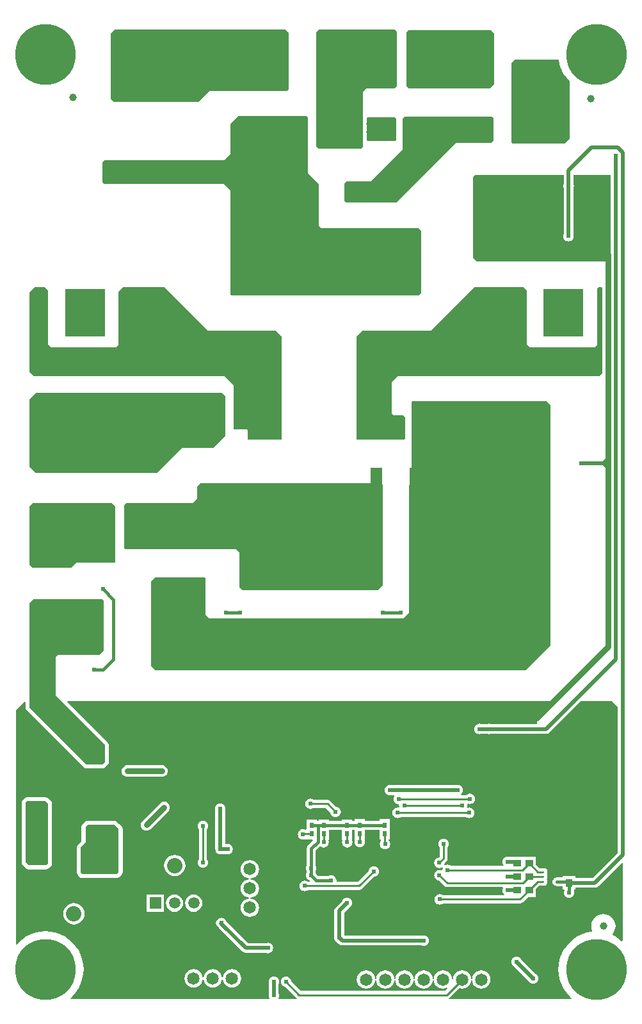
<source format=gtl>
G04 This is an RS-274x file exported by *
G04 gerbv version 2.8.0-rc.1~d7f42a *
G04 More information is available about gerbv at *
G04 https://gerbv.github.io/ *
G04 --End of header info--*
%MOIN*%
%FSLAX36Y36*%
%IPPOS*%
G04 --Define apertures--*
%ADD10C,0.0150*%
%ADD11C,0.0080*%
%ADD12C,0.0060*%
%ADD13C,0.0100*%
%ADD14C,0.0394*%
%ADD15O,0.0197X0.0098*%
%ADD16R,0.0394X0.0374*%
%ADD17R,0.2201X0.2098*%
%ADD18R,0.2079X0.2500*%
%ADD19R,0.0984X0.1260*%
%ADD20R,0.0374X0.0394*%
%ADD21R,0.0630X0.2087*%
%ADD22R,0.0650X0.0650*%
%ADD23C,0.0650*%
%ADD24R,0.0256X0.0532*%
%ADD25R,0.0236X0.0315*%
%ADD26C,0.0200*%
%ADD27C,0.0300*%
%ADD28R,0.0610X0.0610*%
%ADD29C,0.0610*%
%ADD30C,0.0827*%
%AMMACRO31*
21,1,0.082680,0.041340,0.000000,0.000000,180.000000*
21,1,0.041340,0.082680,0.000000,0.000000,180.000000*
1,1,0.041340,-0.020670,0.020670*
1,1,0.041340,0.020670,0.020670*
1,1,0.041340,0.020670,-0.020670*
1,1,0.041340,-0.020670,-0.020670*
%
%ADD31MACRO31*%
%AMMACRO32*
21,1,0.082680,0.041340,0.000000,0.000000,270.000000*
21,1,0.041340,0.082680,0.000000,0.000000,270.000000*
1,1,0.041340,-0.020670,-0.020670*
1,1,0.041340,-0.020670,0.020670*
1,1,0.041340,0.020670,0.020670*
1,1,0.041340,0.020670,-0.020670*
%
%ADD32MACRO32*%
%ADD33R,0.0591X0.0591*%
%ADD34C,0.0591*%
%ADD35R,0.0650X0.0650*%
%AMMACRO36*
21,1,0.061020,0.057360,0.000000,0.000000,0.000000*
21,1,0.057360,0.061020,0.000000,0.000000,0.000000*
1,1,0.003660,0.028680,-0.028680*
1,1,0.003660,-0.028680,-0.028680*
1,1,0.003660,-0.028680,0.028680*
1,1,0.003660,0.028680,0.028680*
%
%ADD36MACRO36*%
%ADD37C,0.3150*%
%ADD38C,0.0800*%
%ADD39C,0.0240*%
%ADD40C,0.0197*%
G04 --Start main section--*
G36*
G01X3222190Y7014000D02*
G01X3222190Y6728000D01*
G01X3210190Y6716000D01*
G01X3063190Y6716000D01*
G01X3046190Y6699000D01*
G01X3046190Y6414000D01*
G01X3036190Y6404000D01*
G01X2815190Y6404000D01*
G01X2803190Y6416000D01*
G01X2803190Y6560000D01*
G01X2803190Y7010000D01*
G01X2817190Y7024000D01*
G01X3212190Y7024000D01*
G01X3222190Y7014000D01*
G37*
G36*
G01X3222190Y7014000D02*
G37*
G36*
G01X3727190Y7004000D02*
G01X3727190Y6739000D01*
G01X3704190Y6716000D01*
G01X3431190Y6716000D01*
G01X3284190Y6716000D01*
G01X3272190Y6728000D01*
G01X3272190Y7009000D01*
G01X3282190Y7019000D01*
G01X3712190Y7019000D01*
G01X3727190Y7004000D01*
G37*
G36*
G01X3727190Y7004000D02*
G37*
G36*
G01X2659190Y7007000D02*
G01X2659190Y6818000D01*
G01X2659190Y6713000D01*
G01X2648190Y6702000D01*
G01X2244190Y6702000D01*
G01X2232190Y6690000D01*
G01X2187190Y6645000D01*
G01X2171190Y6645000D01*
G01X1749190Y6645000D01*
G01X1730190Y6664000D01*
G01X1730190Y7002000D01*
G01X1752190Y7024000D01*
G01X2642190Y7024000D01*
G01X2659190Y7007000D01*
G37*
G36*
G01X2659190Y7007000D02*
G37*
G36*
G01X3211190Y6565000D02*
G01X3218190Y6558000D01*
G01X3218190Y6451000D01*
G01X3211190Y6444000D01*
G01X3073190Y6444000D01*
G01X3066580Y6450610D01*
G01X3066580Y6561390D01*
G01X3070190Y6565000D01*
G01X3211190Y6565000D01*
G37*
G36*
G01X3211190Y6565000D02*
G37*
G36*
G01X4069380Y6840890D02*
G01X4077700Y6816370D01*
G01X4089150Y6793160D01*
G01X4103530Y6771630D01*
G01X4120600Y6752170D01*
G01X4122190Y6750770D01*
G01X4122190Y6454000D01*
G01X4096190Y6428000D01*
G01X3931190Y6428000D01*
G01X3826190Y6428000D01*
G01X3817190Y6437000D01*
G01X3817190Y6633000D01*
G01X3817190Y6847000D01*
G01X3836190Y6866000D01*
G01X4064380Y6866000D01*
G01X4069380Y6840890D01*
G37*
G36*
G01X4069380Y6840890D02*
G37*
G36*
G01X3725190Y6564000D02*
G01X3725190Y6445000D01*
G01X3712800Y6432610D01*
G01X3528800Y6432610D01*
G01X3220190Y6124000D01*
G01X2958190Y6124000D01*
G01X2949190Y6133000D01*
G01X2949190Y6223000D01*
G01X2959190Y6233000D01*
G01X3086190Y6233000D01*
G01X3115190Y6262000D01*
G01X3253190Y6400000D01*
G01X3253190Y6410000D01*
G01X3253190Y6559000D01*
G01X3265190Y6571000D01*
G01X3718190Y6571000D01*
G01X3725190Y6564000D01*
G37*
G36*
G01X3725190Y6564000D02*
G37*
G36*
G01X4090700Y6266000D02*
G01X4090700Y6219020D01*
G01X4089880Y6217050D01*
G01X4088960Y6210000D01*
G01X4089880Y6202950D01*
G01X4090700Y6200980D01*
G01X4090700Y5959430D01*
G01X4088880Y5955050D01*
G01X4087960Y5948000D01*
G01X4088880Y5940950D01*
G01X4091600Y5934380D01*
G01X4095930Y5928740D01*
G01X4101570Y5924420D01*
G01X4108140Y5921700D01*
G01X4115190Y5920770D01*
G01X4122240Y5921700D01*
G01X4128810Y5924420D01*
G01X4134450Y5928740D01*
G01X4138770Y5934380D01*
G01X4141490Y5940950D01*
G01X4142420Y5948000D01*
G01X4141680Y5953650D01*
G01X4141680Y6200980D01*
G01X4142490Y6202950D01*
G01X4143420Y6210000D01*
G01X4142490Y6217050D01*
G01X4141680Y6219020D01*
G01X4141680Y6266000D01*
G01X4334700Y6266000D01*
G01X4334700Y5826510D01*
G01X4323190Y5815000D01*
G01X3804190Y5815000D01*
G01X3637190Y5815000D01*
G01X3619190Y5833000D01*
G01X3619190Y6257000D01*
G01X3628190Y6266000D01*
G01X3639190Y6266000D01*
G01X4090700Y6266000D01*
G37*
G36*
G01X4090700Y6266000D02*
G37*
G36*
G01X2757190Y6565000D02*
G01X2757190Y6276000D01*
G01X2814190Y6219000D01*
G01X2814190Y6001000D01*
G01X2827190Y5988000D01*
G01X3334170Y5988000D01*
G01X3348190Y5973980D01*
G01X3348190Y5652000D01*
G01X3337190Y5641000D01*
G01X2359190Y5641000D01*
G01X2354190Y5646000D01*
G01X2354190Y5656000D01*
G01X2354190Y6187000D01*
G01X2322190Y6219000D01*
G01X1697190Y6219000D01*
G01X1687190Y6229000D01*
G01X1687190Y6334000D01*
G01X1697190Y6344000D01*
G01X2322190Y6344000D01*
G01X2354190Y6376000D01*
G01X2354190Y6533000D01*
G01X2381190Y6560000D01*
G01X2395190Y6574000D01*
G01X2748190Y6574000D01*
G01X2757190Y6565000D01*
G37*
G36*
G01X2757190Y6565000D02*
G37*
G36*
G01X2084190Y5608000D02*
G01X2235190Y5457000D01*
G01X2590190Y5457000D01*
G01X2622190Y5425000D01*
G01X2622190Y4890000D01*
G01X2621190Y4889000D01*
G01X2446190Y4889000D01*
G01X2444190Y4891000D01*
G01X2444190Y4938000D01*
G01X2439190Y4943000D01*
G01X2373190Y4943000D01*
G01X2370190Y4946000D01*
G01X2370190Y5055000D01*
G01X2370190Y5174000D01*
G01X2324190Y5220000D01*
G01X1332190Y5220000D01*
G01X1308190Y5244000D01*
G01X1308190Y5653000D01*
G01X1307190Y5654000D01*
G01X1335190Y5682000D01*
G01X1389190Y5682000D01*
G01X1405190Y5666000D01*
G01X1405190Y5387000D01*
G01X1423190Y5369000D01*
G01X1759190Y5369000D01*
G01X1772190Y5382000D01*
G01X1772190Y5658000D01*
G01X1796190Y5682000D01*
G01X2010190Y5682000D01*
G01X2084190Y5608000D01*
G37*
G36*
G01X2084190Y5608000D02*
G37*
G36*
G01X3880800Y5682000D02*
G01X3896800Y5666000D01*
G01X3896800Y5387000D01*
G01X3914790Y5369000D01*
G01X4250790Y5369000D01*
G01X4263790Y5382000D01*
G01X4263790Y5673610D01*
G01X4272190Y5682000D01*
G01X4277160Y5682070D01*
G01X4287120Y5682070D01*
G01X4290930Y5678260D01*
G01X4290930Y5235740D01*
G01X4275260Y5220070D01*
G01X3226260Y5220070D01*
G01X3194190Y5188000D01*
G01X3194190Y5025000D01*
G01X3203190Y5016000D01*
G01X3255190Y5016000D01*
G01X3264770Y5006420D01*
G01X3264770Y4897580D01*
G01X3258260Y4891070D01*
G01X3190770Y4891070D01*
G01X3188770Y4889070D01*
G01X3013770Y4889070D01*
G01X3012770Y4890070D01*
G01X3012770Y5425070D01*
G01X3044770Y5457070D01*
G01X3399770Y5457070D01*
G01X3550770Y5608070D01*
G01X3624770Y5682070D01*
G01X3875820Y5682070D01*
G01X3880800Y5682000D01*
G37*
G36*
G01X3880800Y5682000D02*
G37*
G36*
G01X2328190Y5114000D02*
G01X2328190Y4909000D01*
G01X2265190Y4846000D01*
G01X2102190Y4846000D01*
G01X1973190Y4717000D01*
G01X1973190Y4717000D01*
G01X1342190Y4717000D01*
G01X1308190Y4751000D01*
G01X1308190Y5100000D01*
G01X1340190Y5132000D01*
G01X2310190Y5132000D01*
G01X2328190Y5114000D01*
G37*
G36*
G01X2328190Y5114000D02*
G37*
G36*
G01X3149190Y4653710D02*
G01X3149190Y4132000D01*
G01X3123190Y4106000D01*
G01X2417190Y4106000D01*
G01X2415190Y4108000D01*
G01X2403190Y4120000D01*
G01X2403190Y4234000D01*
G01X2403190Y4300000D01*
G01X2400190Y4303000D01*
G01X2382190Y4321000D01*
G01X1922190Y4321000D01*
G01X1808190Y4321000D01*
G01X1802190Y4327000D01*
G01X1802190Y4327000D01*
G01X1802190Y4550000D01*
G01X1810190Y4558000D01*
G01X1810190Y4558000D01*
G01X1854190Y4558000D01*
G01X1917190Y4558000D01*
G01X1917190Y4558000D01*
G01X2157190Y4558000D01*
G01X2168190Y4569000D01*
G01X2183190Y4584000D01*
G01X2183190Y4647000D01*
G01X2197890Y4661710D01*
G01X3141190Y4661710D01*
G01X3149190Y4653710D01*
G37*
G36*
G01X3149190Y4653710D02*
G37*
G36*
G01X1753190Y4544000D02*
G01X1754190Y4543000D01*
G01X1754190Y4452000D01*
G01X1754190Y4252000D01*
G01X1752190Y4250000D01*
G01X1553190Y4250000D01*
G01X1525190Y4222000D01*
G01X1326190Y4222000D01*
G01X1308190Y4240000D01*
G01X1308190Y4540000D01*
G01X1326190Y4558000D01*
G01X1739190Y4558000D01*
G01X1753190Y4544000D01*
G37*
G36*
G01X1753190Y4544000D02*
G37*
G36*
G01X4023190Y5066000D02*
G01X4023190Y4177000D01*
G01X4023190Y3819000D01*
G01X3999190Y3795000D01*
G01X3894190Y3690000D01*
G01X1963870Y3690000D01*
G01X1941190Y3712680D01*
G01X1941190Y4152000D01*
G01X1961190Y4172000D01*
G01X2164190Y4172000D01*
G01X2223190Y4172000D01*
G01X2226190Y4169000D01*
G01X2226190Y4114000D01*
G01X2226190Y3979000D01*
G01X2245190Y3960000D01*
G01X3257190Y3960000D01*
G01X3286190Y3989000D01*
G01X3286190Y4652000D01*
G01X3299190Y4665000D01*
G01X3299190Y5086000D01*
G01X3302190Y5089000D01*
G01X4000190Y5089000D01*
G01X4023190Y5066000D01*
G37*
G36*
G01X4023190Y5066000D02*
G37*
G36*
G01X4372700Y3498490D02*
G01X4372700Y2739560D01*
G01X4242140Y2608990D01*
G01X4152390Y2608990D01*
G01X4152390Y2618190D01*
G01X4084990Y2618190D01*
G01X4084990Y2612350D01*
G01X4056090Y2612350D01*
G01X4047320Y2610600D01*
G01X4043800Y2608250D01*
G01X4043400Y2608180D01*
G01X4043140Y2608000D01*
G01X4036810Y2603770D01*
G01X4032410Y2597180D01*
G01X4030860Y2589410D01*
G01X4032410Y2581640D01*
G01X4036810Y2575050D01*
G01X4043400Y2570640D01*
G01X4043800Y2570560D01*
G01X4047320Y2568210D01*
G01X4056090Y2566470D01*
G01X4084990Y2566470D01*
G01X4084990Y2548820D01*
G01X4090780Y2548820D01*
G01X4093950Y2543820D01*
G01X4092390Y2540050D01*
G01X4091460Y2533000D01*
G01X4092390Y2525950D01*
G01X4095110Y2519380D01*
G01X4099440Y2513740D01*
G01X4105080Y2509420D01*
G01X4111640Y2506700D01*
G01X4118690Y2505770D01*
G01X4125740Y2506700D01*
G01X4132310Y2509420D01*
G01X4137950Y2513740D01*
G01X4142280Y2519380D01*
G01X4145000Y2525950D01*
G01X4145930Y2533000D01*
G01X4145000Y2540050D01*
G01X4143440Y2543820D01*
G01X4146610Y2548820D01*
G01X4152390Y2548820D01*
G01X4152390Y2558010D01*
G01X4252690Y2558010D01*
G01X4262450Y2559950D01*
G01X4270720Y2565480D01*
G01X4392570Y2687330D01*
G01X4397190Y2685420D01*
G01X4397190Y2282880D01*
G01X4392630Y2280810D01*
G01X4381010Y2291010D01*
G01X4359490Y2305390D01*
G01X4346320Y2311880D01*
G01X4344970Y2318120D01*
G01X4349720Y2323900D01*
G01X4355550Y2334820D01*
G01X4359150Y2346670D01*
G01X4360360Y2359000D01*
G01X4359150Y2371330D01*
G01X4355550Y2383180D01*
G01X4349720Y2394100D01*
G01X4341860Y2403670D01*
G01X4332290Y2411530D01*
G01X4321360Y2417370D01*
G01X4309510Y2420960D01*
G01X4297190Y2422170D01*
G01X4284860Y2420960D01*
G01X4273010Y2417370D01*
G01X4262090Y2411530D01*
G01X4252520Y2403670D01*
G01X4244660Y2394100D01*
G01X4238820Y2383180D01*
G01X4235230Y2371330D01*
G01X4234010Y2359000D01*
G01X4235230Y2346670D01*
G01X4238630Y2335480D01*
G01X4237700Y2332550D01*
G01X4236460Y2330330D01*
G01X4234700Y2330210D01*
G01X4209310Y2325160D01*
G01X4184800Y2316840D01*
G01X4161580Y2305390D01*
G01X4140060Y2291010D01*
G01X4120600Y2273940D01*
G01X4103530Y2254480D01*
G01X4089150Y2232950D01*
G01X4077700Y2209730D01*
G01X4069380Y2185220D01*
G01X4064320Y2159830D01*
G01X4062630Y2134000D01*
G01X4064320Y2108170D01*
G01X4069380Y2082780D01*
G01X4077700Y2058260D01*
G01X4089150Y2035050D01*
G01X4103530Y2013520D01*
G01X4120600Y1994060D01*
G01X4131880Y1984170D01*
G01X4130110Y1979490D01*
G01X3493990Y1979490D01*
G01X3492480Y1984490D01*
G01X3495610Y1986580D01*
G01X3545240Y2036210D01*
G01X3548790Y2034740D01*
G01X3561190Y2033110D01*
G01X3573580Y2034740D01*
G01X3585130Y2039530D01*
G01X3595050Y2047140D01*
G01X3602660Y2057050D01*
G01X3607450Y2068600D01*
G01X3608670Y2077870D01*
G01X3613710Y2077870D01*
G01X3614930Y2068600D01*
G01X3619710Y2057050D01*
G01X3627330Y2047140D01*
G01X3637240Y2039530D01*
G01X3648790Y2034740D01*
G01X3661190Y2033110D01*
G01X3673580Y2034740D01*
G01X3685130Y2039530D01*
G01X3695050Y2047140D01*
G01X3702660Y2057050D01*
G01X3707450Y2068600D01*
G01X3709080Y2081000D01*
G01X3707450Y2093390D01*
G01X3702660Y2104940D01*
G01X3695050Y2114860D01*
G01X3685130Y2122470D01*
G01X3673580Y2127260D01*
G01X3661190Y2128890D01*
G01X3648790Y2127260D01*
G01X3637240Y2122470D01*
G01X3627330Y2114860D01*
G01X3619710Y2104940D01*
G01X3614930Y2093390D01*
G01X3613710Y2084130D01*
G01X3608670Y2084130D01*
G01X3607450Y2093390D01*
G01X3602660Y2104940D01*
G01X3595050Y2114860D01*
G01X3585130Y2122470D01*
G01X3573580Y2127260D01*
G01X3561190Y2128890D01*
G01X3548790Y2127260D01*
G01X3537240Y2122470D01*
G01X3527330Y2114860D01*
G01X3519720Y2104940D01*
G01X3514930Y2093390D01*
G01X3513710Y2084130D01*
G01X3508670Y2084130D01*
G01X3507450Y2093390D01*
G01X3502660Y2104940D01*
G01X3495050Y2114860D01*
G01X3485130Y2122470D01*
G01X3473580Y2127260D01*
G01X3461190Y2128890D01*
G01X3448790Y2127260D01*
G01X3437240Y2122470D01*
G01X3427330Y2114860D01*
G01X3419710Y2104940D01*
G01X3414930Y2093390D01*
G01X3413710Y2084130D01*
G01X3408670Y2084130D01*
G01X3407450Y2093390D01*
G01X3402660Y2104940D01*
G01X3395050Y2114860D01*
G01X3385130Y2122470D01*
G01X3373580Y2127260D01*
G01X3361190Y2128890D01*
G01X3348790Y2127260D01*
G01X3337240Y2122470D01*
G01X3327330Y2114860D01*
G01X3319720Y2104940D01*
G01X3314930Y2093390D01*
G01X3313710Y2084130D01*
G01X3308670Y2084130D01*
G01X3307450Y2093390D01*
G01X3302660Y2104940D01*
G01X3295050Y2114860D01*
G01X3285130Y2122470D01*
G01X3273580Y2127260D01*
G01X3261190Y2128890D01*
G01X3248790Y2127260D01*
G01X3237240Y2122470D01*
G01X3227330Y2114860D01*
G01X3219720Y2104940D01*
G01X3214930Y2093390D01*
G01X3213710Y2084130D01*
G01X3208670Y2084130D01*
G01X3207450Y2093390D01*
G01X3202660Y2104940D01*
G01X3195050Y2114860D01*
G01X3185130Y2122470D01*
G01X3173580Y2127260D01*
G01X3161190Y2128890D01*
G01X3148790Y2127260D01*
G01X3137240Y2122470D01*
G01X3127330Y2114860D01*
G01X3119710Y2104940D01*
G01X3114930Y2093390D01*
G01X3113710Y2084130D01*
G01X3108670Y2084130D01*
G01X3107450Y2093390D01*
G01X3102660Y2104940D01*
G01X3095050Y2114860D01*
G01X3085130Y2122470D01*
G01X3073580Y2127260D01*
G01X3061190Y2128890D01*
G01X3048790Y2127260D01*
G01X3037240Y2122470D01*
G01X3027330Y2114860D01*
G01X3019720Y2104940D01*
G01X3014930Y2093390D01*
G01X3013300Y2081000D01*
G01X3014930Y2068600D01*
G01X3019720Y2057050D01*
G01X3027330Y2047140D01*
G01X3037240Y2039530D01*
G01X3048790Y2034740D01*
G01X3061190Y2033110D01*
G01X3073580Y2034740D01*
G01X3085130Y2039530D01*
G01X3095050Y2047140D01*
G01X3102660Y2057050D01*
G01X3107450Y2068600D01*
G01X3108670Y2077870D01*
G01X3113710Y2077870D01*
G01X3114930Y2068600D01*
G01X3119710Y2057050D01*
G01X3127330Y2047140D01*
G01X3137240Y2039530D01*
G01X3148790Y2034740D01*
G01X3161190Y2033110D01*
G01X3173580Y2034740D01*
G01X3185130Y2039530D01*
G01X3195050Y2047140D01*
G01X3202660Y2057050D01*
G01X3207450Y2068600D01*
G01X3208670Y2077870D01*
G01X3213710Y2077870D01*
G01X3214930Y2068600D01*
G01X3219720Y2057050D01*
G01X3227330Y2047140D01*
G01X3237240Y2039530D01*
G01X3248790Y2034740D01*
G01X3261190Y2033110D01*
G01X3273580Y2034740D01*
G01X3285130Y2039530D01*
G01X3295050Y2047140D01*
G01X3302660Y2057050D01*
G01X3307450Y2068600D01*
G01X3308670Y2077870D01*
G01X3313710Y2077870D01*
G01X3314930Y2068600D01*
G01X3319720Y2057050D01*
G01X3327330Y2047140D01*
G01X3337240Y2039530D01*
G01X3348790Y2034740D01*
G01X3361190Y2033110D01*
G01X3373580Y2034740D01*
G01X3385130Y2039530D01*
G01X3395050Y2047140D01*
G01X3402660Y2057050D01*
G01X3407450Y2068600D01*
G01X3408670Y2077870D01*
G01X3413710Y2077870D01*
G01X3414930Y2068600D01*
G01X3419710Y2057050D01*
G01X3427330Y2047140D01*
G01X3437240Y2039530D01*
G01X3448790Y2034740D01*
G01X3461190Y2033110D01*
G01X3473580Y2034740D01*
G01X3482870Y2038590D01*
G01X3485700Y2034350D01*
G01X3472740Y2021390D01*
G01X2721630Y2021390D01*
G01X2671130Y2071890D01*
G01X2670450Y2077090D01*
G01X2667730Y2083660D01*
G01X2663400Y2089300D01*
G01X2657760Y2093620D01*
G01X2651190Y2096340D01*
G01X2644140Y2097270D01*
G01X2637090Y2096340D01*
G01X2630530Y2093620D01*
G01X2624890Y2089300D01*
G01X2620560Y2083660D01*
G01X2617840Y2077090D01*
G01X2616910Y2070040D01*
G01X2617840Y2062990D01*
G01X2620560Y2056420D01*
G01X2624890Y2050780D01*
G01X2630530Y2046450D01*
G01X2637090Y2043730D01*
G01X2642290Y2043050D01*
G01X2698760Y1986580D01*
G01X2698760Y1986580D01*
G01X2701890Y1984490D01*
G01X2700370Y1979490D01*
G01X2606670Y1979490D01*
G01X2604460Y1983970D01*
G01X2604770Y1984380D01*
G01X2607490Y1990950D01*
G01X2608420Y1998000D01*
G01X2607490Y2005050D01*
G01X2606680Y2007020D01*
G01X2606680Y2061120D01*
G01X2607460Y2062990D01*
G01X2608380Y2070040D01*
G01X2607460Y2077090D01*
G01X2604730Y2083660D01*
G01X2600410Y2089300D01*
G01X2594770Y2093620D01*
G01X2588200Y2096340D01*
G01X2581150Y2097270D01*
G01X2574100Y2096340D01*
G01X2567530Y2093620D01*
G01X2561890Y2089300D01*
G01X2557560Y2083660D01*
G01X2554840Y2077090D01*
G01X2553920Y2070040D01*
G01X2554840Y2062990D01*
G01X2555700Y2060930D01*
G01X2555700Y2007020D01*
G01X2554880Y2005050D01*
G01X2553960Y1998000D01*
G01X2554880Y1990950D01*
G01X2557600Y1984380D01*
G01X2557920Y1983970D01*
G01X2555710Y1979490D01*
G01X1522610Y1979490D01*
G01X1520850Y1984170D01*
G01X1532130Y1994060D01*
G01X1549200Y2013520D01*
G01X1563580Y2035050D01*
G01X1575030Y2058260D01*
G01X1583350Y2082780D01*
G01X1588400Y2108170D01*
G01X1590090Y2134000D01*
G01X1588400Y2159830D01*
G01X1583350Y2185220D01*
G01X1575030Y2209730D01*
G01X1563580Y2232950D01*
G01X1549200Y2254480D01*
G01X1532130Y2273940D01*
G01X1512670Y2291010D01*
G01X1491140Y2305390D01*
G01X1467920Y2316840D01*
G01X1443410Y2325160D01*
G01X1418020Y2330210D01*
G01X1392190Y2331900D01*
G01X1366360Y2330210D01*
G01X1340970Y2325160D01*
G01X1316450Y2316840D01*
G01X1293240Y2305390D01*
G01X1271710Y2291010D01*
G01X1252250Y2273940D01*
G01X1242360Y2262660D01*
G01X1237680Y2264420D01*
G01X1237680Y3480490D01*
G01X1282800Y3525610D01*
G01X1287800Y3523540D01*
G01X1287800Y3497000D01*
G01X1287800Y3497000D01*
G01X1289350Y3489200D01*
G01X1293770Y3482580D01*
G01X1293770Y3482580D01*
G01X1590770Y3185580D01*
G01X1597390Y3181160D01*
G01X1605190Y3179610D01*
G01X1688190Y3179610D01*
G01X1695990Y3181160D01*
G01X1702610Y3185580D01*
G01X1702610Y3185580D01*
G01X1716610Y3199580D01*
G01X1716610Y3199580D01*
G01X1721030Y3206200D01*
G01X1722580Y3214000D01*
G01X1722580Y3300000D01*
G01X1721030Y3307800D01*
G01X1716610Y3314420D01*
G01X1628610Y3402420D01*
G01X1506650Y3524380D01*
G01X1508560Y3529000D01*
G01X4052660Y3529000D01*
G01X4054570Y3524380D01*
G01X3953190Y3423000D01*
G01X3953190Y3409800D01*
G01X3711510Y3409800D01*
G01X3709540Y3410610D01*
G01X3702500Y3411540D01*
G01X3695450Y3410610D01*
G01X3693480Y3409800D01*
G01X3661510Y3409800D01*
G01X3659540Y3410610D01*
G01X3652500Y3411540D01*
G01X3645450Y3410610D01*
G01X3638880Y3407890D01*
G01X3633240Y3403560D01*
G01X3628910Y3397920D01*
G01X3626190Y3391360D01*
G01X3625260Y3384310D01*
G01X3626190Y3377260D01*
G01X3628910Y3370690D01*
G01X3633240Y3365050D01*
G01X3638880Y3360720D01*
G01X3645450Y3358000D01*
G01X3652500Y3357070D01*
G01X3659540Y3358000D01*
G01X3661510Y3358820D01*
G01X3693480Y3358820D01*
G01X3695450Y3358000D01*
G01X3702500Y3357070D01*
G01X3709540Y3358000D01*
G01X3711510Y3358820D01*
G01X3998500Y3358820D01*
G01X4008250Y3360760D01*
G01X4016520Y3366280D01*
G01X4179240Y3529000D01*
G01X4342190Y3529000D01*
G01X4372700Y3498490D01*
G37*
G36*
G01X4372700Y3498490D02*
G37*
G36*
G01X1696190Y4052000D02*
G01X1696190Y3935000D01*
G01X1696190Y3794000D01*
G01X1690190Y3788000D01*
G01X1673190Y3771000D01*
G01X1455190Y3771000D01*
G01X1444190Y3760000D01*
G01X1444190Y3707000D01*
G01X1444190Y3558000D01*
G01X1614190Y3388000D01*
G01X1702190Y3300000D01*
G01X1702190Y3214000D01*
G01X1688190Y3200000D01*
G01X1605190Y3200000D01*
G01X1308190Y3497000D01*
G01X1308190Y3597000D01*
G01X1308190Y3793440D01*
G01X1309980Y3795210D01*
G01X1308190Y3797000D01*
G01X1308190Y4039000D01*
G01X1313190Y4044000D01*
G01X1330190Y4061000D01*
G01X1687190Y4061000D01*
G01X1696190Y4052000D01*
G37*
G36*
G01X1696190Y4052000D02*
G37*
%LPC*%
G36*
G01X1998190Y3196260D02*
G01X1819190Y3196260D01*
G01X1811360Y3195230D01*
G01X1804060Y3192200D01*
G01X1797790Y3187400D01*
G01X1792980Y3181130D01*
G01X1789960Y3173830D01*
G01X1788930Y3166000D01*
G01X1789960Y3158170D01*
G01X1792980Y3150870D01*
G01X1797790Y3144600D01*
G01X1804060Y3139800D01*
G01X1811360Y3136770D01*
G01X1819190Y3135740D01*
G01X1998190Y3135740D01*
G01X2006020Y3136770D01*
G01X2013320Y3139800D01*
G01X2019580Y3144600D01*
G01X2024390Y3150870D01*
G01X2027420Y3158170D01*
G01X2028450Y3166000D01*
G01X2027420Y3173830D01*
G01X2024390Y3181130D01*
G01X2019580Y3187400D01*
G01X2013320Y3192200D01*
G01X2006020Y3195230D01*
G01X1998190Y3196260D01*
G37*
G36*
G01X1998190Y3196260D02*
G37*
G36*
G01X3538190Y3093230D02*
G01X3531140Y3092300D01*
G01X3529170Y3091490D01*
G01X3195210Y3091490D01*
G01X3193240Y3092300D01*
G01X3186190Y3093230D01*
G01X3179140Y3092300D01*
G01X3172570Y3089580D01*
G01X3166930Y3085260D01*
G01X3162600Y3079620D01*
G01X3159880Y3073050D01*
G01X3158960Y3066000D01*
G01X3159880Y3058950D01*
G01X3162600Y3052380D01*
G01X3166930Y3046740D01*
G01X3172570Y3042420D01*
G01X3179140Y3039700D01*
G01X3186190Y3038770D01*
G01X3193240Y3039700D01*
G01X3195210Y3040510D01*
G01X3207590Y3040510D01*
G01X3210060Y3035510D01*
G01X3208600Y3033620D01*
G01X3205880Y3027050D01*
G01X3204960Y3020000D01*
G01X3205880Y3012950D01*
G01X3208600Y3006380D01*
G01X3212930Y3000740D01*
G01X3218570Y2996420D01*
G01X3225140Y2993700D01*
G01X3229260Y2993150D01*
G01X3232270Y2992430D01*
G01X3233330Y2987870D01*
G01X3232960Y2985000D01*
G01X3233710Y2979290D01*
G01X3231380Y2976000D01*
G01X3229790Y2974760D01*
G01X3226190Y2975230D01*
G01X3219140Y2974300D01*
G01X3212570Y2971580D01*
G01X3206930Y2967260D01*
G01X3202600Y2961620D01*
G01X3199880Y2955050D01*
G01X3198960Y2948000D01*
G01X3199880Y2940950D01*
G01X3202600Y2934380D01*
G01X3206930Y2928740D01*
G01X3212570Y2924420D01*
G01X3219140Y2921690D01*
G01X3226190Y2920770D01*
G01X3233240Y2921690D01*
G01X3239800Y2924420D01*
G01X3243970Y2927610D01*
G01X3580410Y2927610D01*
G01X3584570Y2924420D01*
G01X3591140Y2921690D01*
G01X3598190Y2920770D01*
G01X3605240Y2921690D01*
G01X3611800Y2924420D01*
G01X3617440Y2928740D01*
G01X3621770Y2934380D01*
G01X3624490Y2940950D01*
G01X3625420Y2948000D01*
G01X3624490Y2955050D01*
G01X3621770Y2961620D01*
G01X3617440Y2967260D01*
G01X3611800Y2971580D01*
G01X3605240Y2974300D01*
G01X3598190Y2975230D01*
G01X3591410Y2974340D01*
G01X3589220Y2975960D01*
G01X3589150Y2976030D01*
G01X3587530Y2978220D01*
G01X3588420Y2985000D01*
G01X3587490Y2992050D01*
G01X3591330Y2995860D01*
G01X3594140Y2994690D01*
G01X3601190Y2993770D01*
G01X3608240Y2994690D01*
G01X3614800Y2997420D01*
G01X3620450Y3001740D01*
G01X3624770Y3007380D01*
G01X3627490Y3013950D01*
G01X3628420Y3021000D01*
G01X3627490Y3028050D01*
G01X3624770Y3034620D01*
G01X3620450Y3040260D01*
G01X3614800Y3044580D01*
G01X3608240Y3047310D01*
G01X3601190Y3048230D01*
G01X3594140Y3047310D01*
G01X3587570Y3044580D01*
G01X3582110Y3040390D01*
G01X3557380Y3040390D01*
G01X3555680Y3045390D01*
G01X3557450Y3046740D01*
G01X3561770Y3052380D01*
G01X3564490Y3058950D01*
G01X3565420Y3066000D01*
G01X3564490Y3073050D01*
G01X3561770Y3079620D01*
G01X3557450Y3085260D01*
G01X3551810Y3089580D01*
G01X3545240Y3092300D01*
G01X3538190Y3093230D01*
G37*
G36*
G01X3538190Y3093230D02*
G37*
G36*
G01X2771190Y3022230D02*
G01X2764140Y3021310D01*
G01X2757570Y3018580D01*
G01X2751930Y3014260D01*
G01X2747600Y3008620D01*
G01X2744880Y3002050D01*
G01X2743960Y2995000D01*
G01X2744880Y2987950D01*
G01X2747600Y2981380D01*
G01X2751930Y2975740D01*
G01X2757570Y2971420D01*
G01X2764140Y2968690D01*
G01X2771190Y2967770D01*
G01X2778240Y2968690D01*
G01X2784810Y2971420D01*
G01X2788970Y2974610D01*
G01X2851740Y2974610D01*
G01X2875930Y2950420D01*
G01X2876620Y2945220D01*
G01X2879340Y2938650D01*
G01X2883670Y2933010D01*
G01X2889310Y2928680D01*
G01X2895870Y2925960D01*
G01X2902920Y2925030D01*
G01X2909970Y2925960D01*
G01X2916540Y2928680D01*
G01X2922180Y2933010D01*
G01X2926510Y2938650D01*
G01X2929230Y2945220D01*
G01X2930160Y2952270D01*
G01X2929230Y2959310D01*
G01X2926510Y2965880D01*
G01X2922180Y2971520D01*
G01X2916540Y2975850D01*
G01X2909970Y2978570D01*
G01X2904770Y2979260D01*
G01X2874610Y3009420D01*
G01X2867990Y3013840D01*
G01X2860190Y3015390D01*
G01X2788970Y3015390D01*
G01X2784810Y3018580D01*
G01X2778240Y3021310D01*
G01X2771190Y3022230D01*
G37*
G36*
G01X2771190Y3022230D02*
G37*
G36*
G01X3186230Y2914900D02*
G01X3132610Y2914900D01*
G01X3132610Y2907090D01*
G01X3056730Y2907090D01*
G01X3056730Y2914900D01*
G01X3003110Y2914900D01*
G01X3003110Y2906090D01*
G01X2989730Y2906090D01*
G01X2989730Y2913900D01*
G01X2936110Y2913900D01*
G01X2936110Y2906590D01*
G01X2869000Y2906590D01*
G01X2869000Y2914400D01*
G01X2815380Y2914400D01*
G01X2815380Y2905590D01*
G01X2804500Y2905590D01*
G01X2804500Y2913400D01*
G01X2750880Y2913400D01*
G01X2750880Y2863760D01*
G01X2748910Y2862230D01*
G01X2745880Y2860970D01*
G01X2740240Y2863310D01*
G01X2733190Y2864230D01*
G01X2726140Y2863310D01*
G01X2719570Y2860580D01*
G01X2713930Y2856260D01*
G01X2709600Y2850620D01*
G01X2706880Y2844050D01*
G01X2705960Y2837000D01*
G01X2706880Y2829950D01*
G01X2709600Y2823380D01*
G01X2713930Y2817740D01*
G01X2719570Y2813420D01*
G01X2726140Y2810690D01*
G01X2733190Y2809770D01*
G01X2740240Y2810690D01*
G01X2745880Y2813030D01*
G01X2750880Y2810960D01*
G01X2750880Y2808600D01*
G01X2782270Y2808600D01*
G01X2784340Y2803600D01*
G01X2758970Y2778220D01*
G01X2753990Y2770780D01*
G01X2752250Y2762000D01*
G01X2752250Y2673450D01*
G01X2751600Y2672620D01*
G01X2748880Y2666050D01*
G01X2747960Y2659000D01*
G01X2748880Y2651950D01*
G01X2751600Y2645380D01*
G01X2752250Y2644550D01*
G01X2752250Y2636460D01*
G01X2751600Y2635620D01*
G01X2748880Y2629050D01*
G01X2747960Y2622000D01*
G01X2748880Y2614950D01*
G01X2751600Y2608380D01*
G01X2755930Y2602740D01*
G01X2761570Y2598420D01*
G01X2768140Y2595700D01*
G01X2769630Y2593390D01*
G01X2767040Y2588390D01*
G01X2759970Y2588390D01*
G01X2755810Y2591580D01*
G01X2749240Y2594310D01*
G01X2742190Y2595230D01*
G01X2735140Y2594310D01*
G01X2728570Y2591580D01*
G01X2722930Y2587260D01*
G01X2718600Y2581620D01*
G01X2715880Y2575050D01*
G01X2714960Y2568000D01*
G01X2715880Y2560950D01*
G01X2718600Y2554380D01*
G01X2722930Y2548740D01*
G01X2728570Y2544420D01*
G01X2735140Y2541700D01*
G01X2742190Y2540770D01*
G01X2749240Y2541700D01*
G01X2755810Y2544420D01*
G01X2759970Y2547610D01*
G01X3026190Y2547610D01*
G01X3033990Y2549160D01*
G01X3040610Y2553580D01*
G01X3103040Y2616010D01*
G01X3108240Y2616690D01*
G01X3114800Y2619420D01*
G01X3120450Y2623740D01*
G01X3124770Y2629380D01*
G01X3127490Y2635950D01*
G01X3128420Y2643000D01*
G01X3127490Y2650050D01*
G01X3124770Y2656620D01*
G01X3120450Y2662260D01*
G01X3114800Y2666580D01*
G01X3108240Y2669310D01*
G01X3101190Y2670230D01*
G01X3094140Y2669310D01*
G01X3087570Y2666580D01*
G01X3081930Y2662260D01*
G01X3077600Y2656620D01*
G01X3074880Y2650050D01*
G01X3074200Y2644850D01*
G01X3017740Y2588390D01*
G01X2911100Y2588390D01*
G01X2906720Y2593390D01*
G01X2907060Y2596000D01*
G01X2906130Y2603050D01*
G01X2903410Y2609620D01*
G01X2899080Y2615260D01*
G01X2893440Y2619580D01*
G01X2886870Y2622300D01*
G01X2879830Y2623230D01*
G01X2872780Y2622300D01*
G01X2866210Y2619580D01*
G01X2865370Y2618940D01*
G01X2810690Y2618940D01*
G01X2801630Y2628000D01*
G01X2801490Y2629050D01*
G01X2798770Y2635620D01*
G01X2798130Y2636460D01*
G01X2798130Y2644550D01*
G01X2798770Y2645380D01*
G01X2801490Y2651950D01*
G01X2802420Y2659000D01*
G01X2801490Y2666050D01*
G01X2798770Y2672620D01*
G01X2798130Y2673450D01*
G01X2798130Y2752500D01*
G01X2821180Y2775550D01*
G01X2826570Y2771420D01*
G01X2833140Y2768700D01*
G01X2840190Y2767770D01*
G01X2847240Y2768700D01*
G01X2853810Y2771420D01*
G01X2859450Y2775740D01*
G01X2863770Y2781380D01*
G01X2866490Y2787950D01*
G01X2867420Y2795000D01*
G01X2866490Y2802050D01*
G01X2865440Y2804600D01*
G01X2868780Y2809600D01*
G01X2869000Y2809600D01*
G01X2869000Y2860710D01*
G01X2936110Y2860710D01*
G01X2936110Y2809090D01*
G01X2936110Y2809090D01*
G01X2937730Y2804100D01*
G01X2936880Y2802050D01*
G01X2935960Y2795000D01*
G01X2936880Y2787950D01*
G01X2939600Y2781380D01*
G01X2943930Y2775740D01*
G01X2949570Y2771420D01*
G01X2956140Y2768700D01*
G01X2963190Y2767770D01*
G01X2970240Y2768700D01*
G01X2976800Y2771420D01*
G01X2982450Y2775740D01*
G01X2986770Y2781380D01*
G01X2989490Y2787950D01*
G01X2990420Y2795000D01*
G01X2989490Y2802050D01*
G01X2988650Y2804100D01*
G01X2989730Y2809090D01*
G01X2989730Y2809090D01*
G01X2989730Y2809090D01*
G01X2989730Y2860210D01*
G01X3003110Y2860210D01*
G01X3003110Y2810100D01*
G01X3003110Y2810100D01*
G01X3003110Y2810100D01*
G01X3002790Y2805230D01*
G01X3001880Y2803050D01*
G01X3000960Y2796000D01*
G01X3001880Y2788950D01*
G01X3004600Y2782380D01*
G01X3008930Y2776740D01*
G01X3014570Y2772420D01*
G01X3021140Y2769700D01*
G01X3028190Y2768770D01*
G01X3035240Y2769700D01*
G01X3041810Y2772420D01*
G01X3047450Y2776740D01*
G01X3051770Y2782380D01*
G01X3054490Y2788950D01*
G01X3055420Y2796000D01*
G01X3054490Y2803050D01*
G01X3053650Y2805090D01*
G01X3056730Y2810100D01*
G01X3056730Y2810100D01*
G01X3056730Y2861210D01*
G01X3132610Y2861210D01*
G01X3132610Y2810100D01*
G01X3139030Y2810100D01*
G01X3139030Y2802780D01*
G01X3136600Y2799620D01*
G01X3133880Y2793050D01*
G01X3132960Y2786000D01*
G01X3133880Y2778950D01*
G01X3136600Y2772380D01*
G01X3140930Y2766740D01*
G01X3146570Y2762420D01*
G01X3153140Y2759700D01*
G01X3160190Y2758770D01*
G01X3167240Y2759700D01*
G01X3173800Y2762420D01*
G01X3179450Y2766740D01*
G01X3183770Y2772380D01*
G01X3186490Y2778950D01*
G01X3187420Y2786000D01*
G01X3186490Y2793050D01*
G01X3183770Y2799620D01*
G01X3179820Y2804780D01*
G01X3179820Y2810100D01*
G01X3186230Y2810100D01*
G01X3186230Y2853400D01*
G01X3186230Y2914900D01*
G37*
G36*
G01X3186230Y2914900D02*
G37*
G36*
G01X2009190Y3006260D02*
G01X2001360Y3005230D01*
G01X1994060Y3002200D01*
G01X1987790Y2997400D01*
G01X1896790Y2906400D01*
G01X1891980Y2900130D01*
G01X1888960Y2892830D01*
G01X1887930Y2885000D01*
G01X1888960Y2877170D01*
G01X1891980Y2869870D01*
G01X1896790Y2863600D01*
G01X1903060Y2858790D01*
G01X1910360Y2855770D01*
G01X1918190Y2854740D01*
G01X1926020Y2855770D01*
G01X1933320Y2858790D01*
G01X1939580Y2863600D01*
G01X2030590Y2954600D01*
G01X2035390Y2960870D01*
G01X2038420Y2968170D01*
G01X2039450Y2976000D01*
G01X2038420Y2983830D01*
G01X2035390Y2991130D01*
G01X2030590Y2997400D01*
G01X2024320Y3002200D01*
G01X2017020Y3005230D01*
G01X2009190Y3006260D01*
G37*
G36*
G01X2009190Y3006260D02*
G37*
G36*
G01X2302190Y2996230D02*
G01X2295140Y2995310D01*
G01X2288570Y2992580D01*
G01X2282930Y2988260D01*
G01X2278600Y2982620D01*
G01X2275880Y2976050D01*
G01X2274960Y2969000D01*
G01X2275880Y2961950D01*
G01X2276700Y2959980D01*
G01X2276700Y2764650D01*
G01X2275960Y2759000D01*
G01X2276880Y2751950D01*
G01X2279600Y2745380D01*
G01X2283930Y2739740D01*
G01X2289570Y2735420D01*
G01X2296140Y2732700D01*
G01X2303190Y2731770D01*
G01X2310240Y2732700D01*
G01X2312210Y2733510D01*
G01X2331170Y2733510D01*
G01X2333140Y2732700D01*
G01X2340190Y2731770D01*
G01X2347240Y2732700D01*
G01X2353810Y2735420D01*
G01X2359450Y2739740D01*
G01X2363770Y2745380D01*
G01X2366490Y2751950D01*
G01X2367420Y2759000D01*
G01X2366490Y2766050D01*
G01X2363770Y2772620D01*
G01X2359450Y2778260D01*
G01X2353810Y2782580D01*
G01X2347240Y2785310D01*
G01X2340190Y2786230D01*
G01X2333140Y2785310D01*
G01X2332680Y2785110D01*
G01X2327680Y2787530D01*
G01X2327680Y2959980D01*
G01X2328490Y2961950D01*
G01X2329420Y2969000D01*
G01X2328490Y2976050D01*
G01X2325770Y2982620D01*
G01X2321440Y2988260D01*
G01X2315800Y2992580D01*
G01X2309240Y2995310D01*
G01X2302190Y2996230D01*
G37*
G36*
G01X2302190Y2996230D02*
G37*
G36*
G01X2212190Y2906230D02*
G01X2205140Y2905300D01*
G01X2198570Y2902580D01*
G01X2192930Y2898260D01*
G01X2188600Y2892620D01*
G01X2185880Y2886050D01*
G01X2184960Y2879000D01*
G01X2185880Y2871950D01*
G01X2188600Y2865380D01*
G01X2191800Y2861220D01*
G01X2191800Y2706780D01*
G01X2188600Y2702620D01*
G01X2185880Y2696050D01*
G01X2184960Y2689000D01*
G01X2185880Y2681950D01*
G01X2188600Y2675380D01*
G01X2192930Y2669740D01*
G01X2198570Y2665420D01*
G01X2205140Y2662690D01*
G01X2212190Y2661770D01*
G01X2219240Y2662690D01*
G01X2225810Y2665420D01*
G01X2231450Y2669740D01*
G01X2235770Y2675380D01*
G01X2238490Y2681950D01*
G01X2239420Y2689000D01*
G01X2238490Y2696050D01*
G01X2235770Y2702620D01*
G01X2232580Y2706780D01*
G01X2232580Y2861220D01*
G01X2235770Y2865380D01*
G01X2238490Y2871950D01*
G01X2239420Y2879000D01*
G01X2238490Y2886050D01*
G01X2235770Y2892620D01*
G01X2231450Y2898260D01*
G01X2225810Y2902580D01*
G01X2219240Y2905300D01*
G01X2212190Y2906230D01*
G37*
G36*
G01X2212190Y2906230D02*
G37*
G36*
G01X1296140Y3029390D02*
G01X1288340Y3027840D01*
G01X1281720Y3023420D01*
G01X1273420Y3015120D01*
G01X1269000Y3008500D01*
G01X1267450Y3000700D01*
G01X1267450Y2691000D01*
G01X1269000Y2683200D01*
G01X1273420Y2676580D01*
G01X1289420Y2660580D01*
G01X1296040Y2656160D01*
G01X1303840Y2654610D01*
G01X1377140Y2654610D01*
G01X1395140Y2654610D01*
G01X1402950Y2656160D01*
G01X1409560Y2660580D01*
G01X1419560Y2670580D01*
G01X1423980Y2677200D01*
G01X1425530Y2685000D01*
G01X1425530Y2997000D01*
G01X1425530Y2997000D01*
G01X1423980Y3004800D01*
G01X1419560Y3011420D01*
G01X1407560Y3023420D01*
G01X1400940Y3027840D01*
G01X1393140Y3029390D01*
G01X1296140Y3029390D01*
G37*
G36*
G01X1296140Y3029390D02*
G37*
G36*
G01X3465190Y2813230D02*
G01X3458140Y2812300D01*
G01X3451570Y2809580D01*
G01X3445930Y2805260D01*
G01X3441600Y2799620D01*
G01X3438880Y2793050D01*
G01X3437960Y2786000D01*
G01X3438880Y2778950D01*
G01X3441600Y2772380D01*
G01X3444800Y2768220D01*
G01X3444800Y2718450D01*
G01X3441340Y2714990D01*
G01X3436140Y2714300D01*
G01X3429570Y2711580D01*
G01X3423930Y2707260D01*
G01X3419600Y2701620D01*
G01X3416880Y2695050D01*
G01X3415960Y2688000D01*
G01X3416880Y2680950D01*
G01X3419600Y2674380D01*
G01X3423930Y2668740D01*
G01X3429570Y2664420D01*
G01X3436140Y2661700D01*
G01X3443190Y2660770D01*
G01X3450240Y2661700D01*
G01X3456800Y2664420D01*
G01X3457510Y2664950D01*
G01X3461620Y2661800D01*
G01X3460180Y2658350D01*
G01X3459310Y2651700D01*
G01X3459220Y2651550D01*
G01X3458420Y2650800D01*
G01X3454580Y2648510D01*
G01X3450240Y2650310D01*
G01X3443190Y2651230D01*
G01X3436140Y2650310D01*
G01X3429570Y2647580D01*
G01X3423930Y2643260D01*
G01X3419600Y2637620D01*
G01X3416880Y2631050D01*
G01X3415960Y2624000D01*
G01X3416880Y2616950D01*
G01X3419600Y2610380D01*
G01X3423930Y2604740D01*
G01X3429570Y2600420D01*
G01X3436140Y2597700D01*
G01X3441340Y2597010D01*
G01X3469770Y2568580D01*
G01X3469770Y2568580D01*
G01X3476390Y2564160D01*
G01X3484190Y2562610D01*
G01X3484190Y2562610D01*
G01X3771570Y2562610D01*
G01X3773690Y2557610D01*
G01X3771390Y2552050D01*
G01X3770460Y2545000D01*
G01X3771390Y2537950D01*
G01X3774110Y2531380D01*
G01X3778440Y2525740D01*
G01X3781500Y2523390D01*
G01X3779800Y2518390D01*
G01X3461970Y2518390D01*
G01X3457800Y2521580D01*
G01X3451240Y2524310D01*
G01X3444190Y2525230D01*
G01X3437140Y2524310D01*
G01X3430570Y2521580D01*
G01X3424930Y2517260D01*
G01X3420600Y2511620D01*
G01X3417880Y2505050D01*
G01X3416960Y2498000D01*
G01X3417880Y2490950D01*
G01X3420600Y2484380D01*
G01X3424930Y2478740D01*
G01X3430570Y2474420D01*
G01X3437140Y2471690D01*
G01X3444190Y2470770D01*
G01X3451240Y2471690D01*
G01X3457800Y2474420D01*
G01X3461970Y2477610D01*
G01X3863190Y2477610D01*
G01X3870990Y2479160D01*
G01X3877610Y2483580D01*
G01X3905330Y2511300D01*
G01X3944870Y2511300D01*
G01X3944870Y2550850D01*
G01X3963040Y2569020D01*
G01X3981290Y2569020D01*
G01X3981690Y2569100D01*
G01X3986210Y2569100D01*
G01X3993980Y2570640D01*
G01X4000580Y2575050D01*
G01X4004980Y2581640D01*
G01X4006520Y2589410D01*
G01X4004980Y2597180D01*
G01X4001620Y2602210D01*
G01X4004980Y2607230D01*
G01X4006520Y2615000D01*
G01X4004980Y2622770D01*
G01X4004670Y2623230D01*
G01X4003690Y2624700D01*
G01X4001620Y2627790D01*
G01X4003690Y2630890D01*
G01X4003690Y2630890D01*
G01X4004980Y2632820D01*
G01X4006520Y2640590D01*
G01X4004980Y2648360D01*
G01X4003690Y2650290D01*
G01X4000580Y2654950D01*
G01X3993980Y2659360D01*
G01X3986210Y2660900D01*
G01X3981690Y2660900D01*
G01X3981290Y2660980D01*
G01X3963040Y2660980D01*
G01X3944870Y2679150D01*
G01X3944870Y2718700D01*
G01X3842160Y2718700D01*
G01X3838200Y2719490D01*
G01X3806700Y2719490D01*
G01X3804730Y2720300D01*
G01X3797680Y2721230D01*
G01X3790640Y2720300D01*
G01X3784070Y2717580D01*
G01X3778430Y2713260D01*
G01X3774100Y2707620D01*
G01X3771380Y2701050D01*
G01X3770450Y2694000D01*
G01X3771380Y2686950D01*
G01X3774100Y2680380D01*
G01X3776930Y2676690D01*
G01X3774480Y2671690D01*
G01X3504270Y2671690D01*
G01X3500100Y2674880D01*
G01X3493540Y2677600D01*
G01X3486490Y2678530D01*
G01X3479440Y2677600D01*
G01X3472870Y2674880D01*
G01X3472170Y2674350D01*
G01X3468060Y2677500D01*
G01X3469490Y2680950D01*
G01X3470180Y2686150D01*
G01X3479610Y2695580D01*
G01X3484030Y2702200D01*
G01X3485580Y2710000D01*
G01X3485580Y2768220D01*
G01X3488770Y2772380D01*
G01X3491490Y2778950D01*
G01X3492420Y2786000D01*
G01X3491490Y2793050D01*
G01X3488770Y2799620D01*
G01X3484450Y2805260D01*
G01X3478810Y2809580D01*
G01X3472240Y2812300D01*
G01X3465190Y2813230D01*
G37*
G36*
G01X3465190Y2813230D02*
G37*
G36*
G01X2065190Y2729480D02*
G01X2050830Y2727580D01*
G01X2037450Y2722040D01*
G01X2025960Y2713230D01*
G01X2017150Y2701740D01*
G01X2011610Y2688360D01*
G01X2009710Y2674000D01*
G01X2011610Y2659640D01*
G01X2017150Y2646260D01*
G01X2025960Y2634770D01*
G01X2037450Y2625960D01*
G01X2050830Y2620420D01*
G01X2065190Y2618530D01*
G01X2079550Y2620420D01*
G01X2092930Y2625960D01*
G01X2104410Y2634770D01*
G01X2113230Y2646260D01*
G01X2118770Y2659640D01*
G01X2120660Y2674000D01*
G01X2118770Y2688360D01*
G01X2113230Y2701740D01*
G01X2104410Y2713230D01*
G01X2092930Y2722040D01*
G01X2079550Y2727580D01*
G01X2065190Y2729480D01*
G37*
G36*
G01X2065190Y2729480D02*
G37*
G36*
G01X1751140Y2906390D02*
G01X1610140Y2906390D01*
G01X1602340Y2904840D01*
G01X1595720Y2900420D01*
G01X1585720Y2890420D01*
G01X1581300Y2883800D01*
G01X1579750Y2876000D01*
G01X1579750Y2864000D01*
G01X1579750Y2800450D01*
G01X1561720Y2782420D01*
G01X1557300Y2775800D01*
G01X1555750Y2768000D01*
G01X1555750Y2637000D01*
G01X1557300Y2629200D01*
G01X1561720Y2622580D01*
G01X1569720Y2614580D01*
G01X1576340Y2610160D01*
G01X1584140Y2608610D01*
G01X1761140Y2608610D01*
G01X1761140Y2608610D01*
G01X1768940Y2610160D01*
G01X1775560Y2614580D01*
G01X1787560Y2626580D01*
G01X1791980Y2633200D01*
G01X1793530Y2641000D01*
G01X1793530Y2864000D01*
G01X1791980Y2871800D01*
G01X1787560Y2878420D01*
G01X1787560Y2878420D01*
G01X1776560Y2889420D01*
G01X1776560Y2889420D01*
G01X1765560Y2900420D01*
G01X1758940Y2904840D01*
G01X1751140Y2906390D01*
G37*
G36*
G01X1751140Y2906390D02*
G37*
G36*
G01X2008670Y2522530D02*
G01X1919610Y2522530D01*
G01X1919610Y2433470D01*
G01X2008670Y2433470D01*
G01X2008670Y2522530D01*
G37*
G36*
G01X2008670Y2522530D02*
G37*
G36*
G01X2164140Y2522910D02*
G01X2152520Y2521380D01*
G01X2141690Y2516900D01*
G01X2132380Y2509760D01*
G01X2125250Y2500460D01*
G01X2120760Y2489620D01*
G01X2119230Y2478000D01*
G01X2120760Y2466380D01*
G01X2125250Y2455540D01*
G01X2132380Y2446240D01*
G01X2141690Y2439110D01*
G01X2152520Y2434620D01*
G01X2164140Y2433090D01*
G01X2175770Y2434620D01*
G01X2186600Y2439110D01*
G01X2195900Y2446240D01*
G01X2203040Y2455540D01*
G01X2207520Y2466380D01*
G01X2209050Y2478000D01*
G01X2207520Y2489620D01*
G01X2203040Y2500460D01*
G01X2195900Y2509760D01*
G01X2186600Y2516900D01*
G01X2175770Y2521380D01*
G01X2164140Y2522910D01*
G37*
G36*
G01X2164140Y2522910D02*
G37*
G36*
G01X2064140Y2522910D02*
G01X2052520Y2521380D01*
G01X2041690Y2516900D01*
G01X2032380Y2509760D01*
G01X2025250Y2500460D01*
G01X2020760Y2489620D01*
G01X2019230Y2478000D01*
G01X2020760Y2466380D01*
G01X2025250Y2455540D01*
G01X2032380Y2446240D01*
G01X2041690Y2439110D01*
G01X2052520Y2434620D01*
G01X2064140Y2433090D01*
G01X2075760Y2434620D01*
G01X2086600Y2439110D01*
G01X2095900Y2446240D01*
G01X2103040Y2455540D01*
G01X2107520Y2466380D01*
G01X2109050Y2478000D01*
G01X2107520Y2489620D01*
G01X2103040Y2500460D01*
G01X2095900Y2509760D01*
G01X2086600Y2516900D01*
G01X2075760Y2521380D01*
G01X2064140Y2522910D01*
G37*
G36*
G01X2064140Y2522910D02*
G37*
G36*
G01X2456190Y2702890D02*
G01X2443790Y2701260D01*
G01X2432240Y2696470D01*
G01X2422330Y2688860D01*
G01X2414720Y2678950D01*
G01X2409930Y2667400D01*
G01X2408300Y2655000D01*
G01X2409930Y2642610D01*
G01X2414720Y2631060D01*
G01X2422330Y2621140D01*
G01X2432240Y2613530D01*
G01X2443790Y2608740D01*
G01X2453060Y2607520D01*
G01X2453060Y2602480D01*
G01X2443790Y2601260D01*
G01X2432240Y2596470D01*
G01X2422330Y2588860D01*
G01X2414720Y2578940D01*
G01X2409930Y2567390D01*
G01X2408300Y2555000D01*
G01X2409930Y2542600D01*
G01X2414720Y2531050D01*
G01X2422330Y2521140D01*
G01X2432240Y2513530D01*
G01X2443790Y2508740D01*
G01X2453060Y2507520D01*
G01X2453060Y2502480D01*
G01X2443790Y2501260D01*
G01X2432240Y2496470D01*
G01X2422330Y2488860D01*
G01X2414720Y2478950D01*
G01X2409930Y2467400D01*
G01X2408300Y2455000D01*
G01X2409930Y2442610D01*
G01X2414720Y2431060D01*
G01X2422330Y2421140D01*
G01X2432240Y2413530D01*
G01X2443790Y2408740D01*
G01X2456190Y2407110D01*
G01X2468580Y2408740D01*
G01X2480130Y2413530D01*
G01X2490050Y2421140D01*
G01X2497660Y2431060D01*
G01X2502450Y2442610D01*
G01X2504080Y2455000D01*
G01X2502450Y2467400D01*
G01X2497660Y2478950D01*
G01X2490050Y2488860D01*
G01X2480130Y2496470D01*
G01X2468580Y2501260D01*
G01X2459320Y2502480D01*
G01X2459320Y2507520D01*
G01X2468580Y2508740D01*
G01X2480130Y2513530D01*
G01X2490050Y2521140D01*
G01X2497660Y2531050D01*
G01X2502450Y2542600D01*
G01X2504080Y2555000D01*
G01X2502450Y2567390D01*
G01X2497660Y2578940D01*
G01X2490050Y2588860D01*
G01X2480130Y2596470D01*
G01X2468580Y2601260D01*
G01X2459320Y2602480D01*
G01X2459320Y2607520D01*
G01X2468580Y2608740D01*
G01X2480130Y2613530D01*
G01X2490050Y2621140D01*
G01X2497660Y2631060D01*
G01X2502450Y2642610D01*
G01X2504080Y2655000D01*
G01X2502450Y2667400D01*
G01X2497660Y2678950D01*
G01X2490050Y2688860D01*
G01X2480130Y2696470D01*
G01X2468580Y2701260D01*
G01X2456190Y2702890D01*
G37*
G36*
G01X2456190Y2702890D02*
G37*
G36*
G01X1540000Y2478480D02*
G01X1525640Y2476580D01*
G01X1512260Y2471040D01*
G01X1500770Y2462230D01*
G01X1491960Y2450740D01*
G01X1486420Y2437360D01*
G01X1484520Y2423000D01*
G01X1486420Y2408640D01*
G01X1491960Y2395260D01*
G01X1500770Y2383770D01*
G01X1512260Y2374960D01*
G01X1525640Y2369420D01*
G01X1540000Y2367530D01*
G01X1554360Y2369420D01*
G01X1567740Y2374960D01*
G01X1579230Y2383770D01*
G01X1588040Y2395260D01*
G01X1593580Y2408640D01*
G01X1595470Y2423000D01*
G01X1593580Y2437360D01*
G01X1588040Y2450740D01*
G01X1579230Y2462230D01*
G01X1567740Y2471040D01*
G01X1554360Y2476580D01*
G01X1540000Y2478480D01*
G37*
G36*
G01X1540000Y2478480D02*
G37*
G36*
G01X2962190Y2506230D02*
G01X2955140Y2505310D01*
G01X2948570Y2502580D01*
G01X2942930Y2498260D01*
G01X2938600Y2492620D01*
G01X2937790Y2490650D01*
G01X2904170Y2457020D01*
G01X2898640Y2448760D01*
G01X2896700Y2439000D01*
G01X2896700Y2308020D01*
G01X2895880Y2306050D01*
G01X2894960Y2299000D01*
G01X2895880Y2291950D01*
G01X2898600Y2285380D01*
G01X2902930Y2279740D01*
G01X2908570Y2275420D01*
G01X2910540Y2274600D01*
G01X2919160Y2265980D01*
G01X2927430Y2260450D01*
G01X2937190Y2258510D01*
G01X3353170Y2258510D01*
G01X3355140Y2257690D01*
G01X3362190Y2256770D01*
G01X3369240Y2257690D01*
G01X3375800Y2260420D01*
G01X3381440Y2264740D01*
G01X3385770Y2270380D01*
G01X3388490Y2276950D01*
G01X3389420Y2284000D01*
G01X3388490Y2291050D01*
G01X3385770Y2297620D01*
G01X3381440Y2303260D01*
G01X3375800Y2307580D01*
G01X3369240Y2310310D01*
G01X3362190Y2311230D01*
G01X3355140Y2310310D01*
G01X3353170Y2309490D01*
G01X2947750Y2309490D01*
G01X2947680Y2309560D01*
G01X2947680Y2428440D01*
G01X2973840Y2454600D01*
G01X2975810Y2455420D01*
G01X2981450Y2459740D01*
G01X2985770Y2465380D01*
G01X2988490Y2471950D01*
G01X2989420Y2479000D01*
G01X2988490Y2486050D01*
G01X2985770Y2492620D01*
G01X2981450Y2498260D01*
G01X2975810Y2502580D01*
G01X2969240Y2505310D01*
G01X2962190Y2506230D01*
G37*
G36*
G01X2962190Y2506230D02*
G37*
G36*
G01X2307190Y2402230D02*
G01X2300140Y2401300D01*
G01X2293570Y2398580D01*
G01X2287930Y2394260D01*
G01X2283600Y2388620D01*
G01X2280880Y2382050D01*
G01X2279960Y2375000D01*
G01X2280880Y2367950D01*
G01X2283600Y2361380D01*
G01X2287930Y2355740D01*
G01X2293570Y2351420D01*
G01X2293850Y2351300D01*
G01X2418170Y2226980D01*
G01X2426440Y2221450D01*
G01X2436200Y2219510D01*
G01X2541170Y2219510D01*
G01X2543140Y2218690D01*
G01X2550190Y2217770D01*
G01X2557240Y2218690D01*
G01X2563810Y2221420D01*
G01X2569440Y2225740D01*
G01X2573770Y2231380D01*
G01X2576490Y2237950D01*
G01X2577420Y2245000D01*
G01X2576490Y2252050D01*
G01X2573770Y2258620D01*
G01X2569440Y2264260D01*
G01X2563810Y2268580D01*
G01X2557240Y2271310D01*
G01X2550190Y2272230D01*
G01X2543140Y2271310D01*
G01X2541170Y2270490D01*
G01X2446750Y2270490D01*
G01X2332290Y2384950D01*
G01X2330770Y2388620D01*
G01X2326450Y2394260D01*
G01X2320810Y2398580D01*
G01X2314240Y2401300D01*
G01X2307190Y2402230D01*
G37*
G36*
G01X2307190Y2402230D02*
G37*
G36*
G01X2363190Y2134890D02*
G01X2350790Y2133260D01*
G01X2339240Y2128470D01*
G01X2329330Y2120860D01*
G01X2321720Y2110940D01*
G01X2316930Y2099400D01*
G01X2315710Y2090130D01*
G01X2310670Y2090130D01*
G01X2309450Y2099400D01*
G01X2304660Y2110940D01*
G01X2297050Y2120860D01*
G01X2287130Y2128470D01*
G01X2275580Y2133260D01*
G01X2263190Y2134890D01*
G01X2250790Y2133260D01*
G01X2239240Y2128470D01*
G01X2229330Y2120860D01*
G01X2221710Y2110940D01*
G01X2216930Y2099400D01*
G01X2215710Y2090130D01*
G01X2210670Y2090130D01*
G01X2209450Y2099400D01*
G01X2204660Y2110940D01*
G01X2197050Y2120860D01*
G01X2187130Y2128470D01*
G01X2175580Y2133260D01*
G01X2163190Y2134890D01*
G01X2150790Y2133260D01*
G01X2139240Y2128470D01*
G01X2129330Y2120860D01*
G01X2121720Y2110940D01*
G01X2116930Y2099400D01*
G01X2115300Y2087000D01*
G01X2116930Y2074600D01*
G01X2121720Y2063060D01*
G01X2129330Y2053140D01*
G01X2139240Y2045530D01*
G01X2150790Y2040740D01*
G01X2163190Y2039110D01*
G01X2175580Y2040740D01*
G01X2187130Y2045530D01*
G01X2197050Y2053140D01*
G01X2204660Y2063060D01*
G01X2209450Y2074600D01*
G01X2210670Y2083870D01*
G01X2215710Y2083870D01*
G01X2216930Y2074600D01*
G01X2221710Y2063060D01*
G01X2229330Y2053140D01*
G01X2239240Y2045530D01*
G01X2250790Y2040740D01*
G01X2263190Y2039110D01*
G01X2275580Y2040740D01*
G01X2287130Y2045530D01*
G01X2297050Y2053140D01*
G01X2304660Y2063060D01*
G01X2309450Y2074600D01*
G01X2310670Y2083870D01*
G01X2315710Y2083870D01*
G01X2316930Y2074600D01*
G01X2321720Y2063060D01*
G01X2329330Y2053140D01*
G01X2339240Y2045530D01*
G01X2350790Y2040740D01*
G01X2363190Y2039110D01*
G01X2375580Y2040740D01*
G01X2387130Y2045530D01*
G01X2397050Y2053140D01*
G01X2404660Y2063060D01*
G01X2409450Y2074600D01*
G01X2411080Y2087000D01*
G01X2409450Y2099400D01*
G01X2404660Y2110940D01*
G01X2397050Y2120860D01*
G01X2387130Y2128470D01*
G01X2375580Y2133260D01*
G01X2363190Y2134890D01*
G37*
G36*
G01X2363190Y2134890D02*
G37*
G36*
G01X3844190Y2200230D02*
G01X3837140Y2199310D01*
G01X3830570Y2196580D01*
G01X3824930Y2192260D01*
G01X3820600Y2186620D01*
G01X3817880Y2180050D01*
G01X3816960Y2173000D01*
G01X3817880Y2165950D01*
G01X3820600Y2159380D01*
G01X3824930Y2153740D01*
G01X3830570Y2149420D01*
G01X3832540Y2148600D01*
G01X3906790Y2074350D01*
G01X3907600Y2072380D01*
G01X3911930Y2066740D01*
G01X3917570Y2062420D01*
G01X3924140Y2059700D01*
G01X3931190Y2058770D01*
G01X3938240Y2059700D01*
G01X3944800Y2062420D01*
G01X3950440Y2066740D01*
G01X3954770Y2072380D01*
G01X3957490Y2078950D01*
G01X3958420Y2086000D01*
G01X3957490Y2093050D01*
G01X3954770Y2099620D01*
G01X3950440Y2105260D01*
G01X3944800Y2109580D01*
G01X3942840Y2110400D01*
G01X3868590Y2184650D01*
G01X3867770Y2186620D01*
G01X3863450Y2192260D01*
G01X3857810Y2196580D01*
G01X3851240Y2199310D01*
G01X3844190Y2200230D01*
G37*
G36*
G01X3844190Y2200230D02*
G37*
%LPD*%
G36*
G01X1393140Y3009000D02*
G01X1405140Y2997000D01*
G01X1405140Y2685000D01*
G01X1395140Y2675000D01*
G01X1377140Y2675000D01*
G01X1303840Y2675000D01*
G01X1287840Y2691000D01*
G01X1287840Y3000700D01*
G01X1296140Y3009000D01*
G01X1393140Y3009000D01*
G37*
G36*
G01X1393140Y3009000D02*
G37*
G36*
G01X1762140Y2875000D02*
G01X1773140Y2864000D01*
G01X1773140Y2641000D01*
G01X1761140Y2629000D01*
G01X1584140Y2629000D01*
G01X1576140Y2637000D01*
G01X1576140Y2768000D01*
G01X1600140Y2792000D01*
G01X1600140Y2864000D01*
G01X1600140Y2876000D01*
G01X1610140Y2886000D01*
G01X1751140Y2886000D01*
G01X1762140Y2875000D01*
G37*
G36*
G01X1762140Y2875000D02*
G37*
G54D10*
G01X3029920Y2884150D02*
G01X3159420Y2884150D01*
G01X2810190Y2797000D02*
G01X2810190Y2882650D01*
G01X2775190Y2762000D02*
G01X2810190Y2797000D01*
G01X2775190Y2659000D02*
G01X2775190Y2762000D01*
G01X2775190Y2622000D02*
G01X2801190Y2596000D01*
G01X2801190Y2596000D02*
G01X2879830Y2596000D01*
G01X2842190Y2883650D02*
G01X2905190Y2883650D01*
G01X2905190Y2883650D02*
G01X2962420Y2883650D01*
G01X2775190Y2622000D02*
G01X2775190Y2659000D01*
G01X2777690Y2882650D02*
G01X2841190Y2882650D01*
G01X3028920Y2883150D02*
G01X3029920Y2884150D01*
G01X2962920Y2883150D02*
G01X3028920Y2883150D01*
G01X2962420Y2883650D02*
G01X2962920Y2883150D01*
G01X2841190Y2882650D02*
G01X2842190Y2883650D01*
G01X4118690Y2533000D02*
G01X4118690Y2583500D01*
G01X4112790Y2589410D02*
G01X4118690Y2583500D01*
G01X4056090Y2589410D02*
G01X4112790Y2589410D01*
G01X1690190Y4112000D02*
G01X1746190Y4056000D01*
G01X2331190Y3988000D02*
G01X2404190Y3988000D01*
G01X3149910Y3990280D02*
G01X3242910Y3990280D01*
G01X1746190Y3747000D02*
G01X1746190Y4056000D01*
G01X1646190Y3693000D02*
G01X1692190Y3693000D01*
G01X1692190Y3693000D02*
G01X1746190Y3747000D01*
G54D13*
G01X2212190Y2689000D02*
G01X2212190Y2879000D01*
G01X3486490Y2651300D02*
G01X3876490Y2651300D01*
G01X3876490Y2651300D02*
G01X3910190Y2685000D01*
G01X3443190Y2624000D02*
G01X3484190Y2583000D01*
G01X3484190Y2583000D02*
G01X3878190Y2583000D01*
G01X3878190Y2583000D02*
G01X3910190Y2615000D01*
G01X2742190Y2568000D02*
G01X3026190Y2568000D01*
G01X3260190Y2985000D02*
G01X3561190Y2985000D01*
G01X3232190Y3020000D02*
G01X3600190Y3020000D01*
G01X3600190Y3020000D02*
G01X3601190Y3021000D01*
G01X3226190Y2948000D02*
G01X3598190Y2948000D01*
G01X3481190Y2001000D02*
G01X3561190Y2081000D01*
G01X2713180Y2001000D02*
G01X3481190Y2001000D01*
G01X2644140Y2070040D02*
G01X2713180Y2001000D01*
G01X2771190Y2995000D02*
G01X2860190Y2995000D01*
G01X2860190Y2995000D02*
G01X2902920Y2952270D01*
G01X3863190Y2498000D02*
G01X3910190Y2545000D01*
G01X3444190Y2498000D02*
G01X3863190Y2498000D01*
G01X2734580Y2839350D02*
G01X2777690Y2839350D01*
G01X2840190Y2795000D02*
G01X2842190Y2797000D01*
G01X2842190Y2797000D02*
G01X2842190Y2840350D01*
G01X2962920Y2796730D02*
G01X2962920Y2839840D01*
G01X3159420Y2797730D02*
G01X3159420Y2840840D01*
G01X3028190Y2796000D02*
G01X3029920Y2797730D01*
G01X3029920Y2797730D02*
G01X3029920Y2840840D01*
G01X3026190Y2568000D02*
G01X3101190Y2643000D01*
G01X3910190Y2545000D02*
G01X3954600Y2589410D01*
G01X3954600Y2589410D02*
G01X3981290Y2589410D01*
G01X3910190Y2685000D02*
G01X3954600Y2640590D01*
G01X3954600Y2640590D02*
G01X3981290Y2640590D01*
G01X3910190Y2615000D02*
G01X3981290Y2615000D01*
G01X3465190Y2710000D02*
G01X3465190Y2786000D01*
G01X3443190Y2688000D02*
G01X3465190Y2710000D01*
G54D14*
G01X1536190Y6670000D03*
G01X4232190Y6664000D03*
G01X4297190Y2359000D03*
G54D15*
G01X4056090Y2589410D03*
G01X4056090Y2615000D03*
G01X4056090Y2640790D03*
G01X3981290Y2589410D03*
G01X3981290Y2615000D03*
G01X3981290Y2640590D03*
G54D16*
G01X3910190Y2615000D03*
G01X3847200Y2615000D03*
G01X3910190Y2545000D03*
G01X3847200Y2545000D03*
G01X3910190Y2685000D03*
G01X3847200Y2685000D03*
G54D17*
G01X3219700Y5750800D03*
G01X3219700Y5351200D03*
G01X2466680Y5351200D03*
G01X2466680Y5750800D03*
G54D18*
G01X4088800Y5551000D03*
G01X1597580Y5551000D03*
G54D19*
G01X1671590Y2821000D03*
G01X1352690Y2821000D03*
G54D20*
G01X4118690Y2583500D03*
G01X4118690Y2646500D03*
G54D21*
G01X3114830Y4639000D03*
G01X3319550Y4639000D03*
G54D22*
G01X2463190Y2087000D03*
G01X2961190Y2081000D03*
G54D23*
G01X2363190Y2087000D03*
G01X2263190Y2087000D03*
G01X2163190Y2087000D03*
G01X2456190Y2455000D03*
G01X2456190Y2555000D03*
G01X2456190Y2655000D03*
G01X3261190Y2081000D03*
G01X3161190Y2081000D03*
G01X3061190Y2081000D03*
G01X3361190Y2081000D03*
G01X3461190Y2081000D03*
G01X3561190Y2081000D03*
G01X3661190Y2081000D03*
G54D24*
G01X4018690Y2615000D03*
G54D25*
G01X3029920Y2840840D03*
G01X3029920Y2884150D03*
G01X2962920Y2839840D03*
G01X2962920Y2883150D03*
G01X2842190Y2840350D03*
G01X2842190Y2883650D03*
G01X2777690Y2839350D03*
G01X2777690Y2882650D03*
G01X3159420Y2840840D03*
G01X3159420Y2884150D03*
G54D26*
G01X2306690Y2374500D02*
G01X2436200Y2245000D01*
G01X2436200Y2245000D02*
G01X2550190Y2245000D01*
G01X2302190Y2760000D02*
G01X2302190Y2969000D01*
G01X2302190Y2760000D02*
G01X2303190Y2759000D01*
G01X4116190Y6289000D02*
G01X4236190Y6409000D01*
G01X4116190Y6210000D02*
G01X4116190Y6289000D01*
G01X4236190Y6409000D02*
G01X4371190Y6409000D01*
G01X3702500Y3384310D02*
G01X3998500Y3384310D01*
G01X3652500Y3384310D02*
G01X3702500Y3384310D01*
G01X3797690Y2615000D02*
G01X3847200Y2615000D01*
G01X3186190Y3066000D02*
G01X3538190Y3066000D01*
G01X2303190Y2759000D02*
G01X2340190Y2759000D01*
G01X3797680Y2694000D02*
G01X3838200Y2694000D01*
G01X2581190Y1998000D02*
G01X2581190Y2070000D01*
G01X2581150Y2070040D02*
G01X2581190Y2070000D01*
G01X3844190Y2173000D02*
G01X3931190Y2086000D01*
G01X4321190Y4731000D02*
G01X4321190Y4742000D01*
G01X4297190Y4766000D02*
G01X4321190Y4742000D01*
G01X4321190Y4790000D02*
G01X4321190Y4796000D01*
G01X4297190Y4766000D02*
G01X4321190Y4790000D01*
G01X4320190Y4766000D02*
G01X4321190Y4767000D01*
G01X4180190Y4766000D02*
G01X4320190Y4766000D01*
G01X4360190Y3746000D02*
G01X4360190Y6367000D01*
G01X3998500Y3384310D02*
G01X4360190Y3746000D01*
G01X4371190Y6409000D02*
G01X4398190Y6382000D01*
G01X4398190Y2729000D02*
G01X4398190Y6382000D01*
G01X4252690Y2583500D02*
G01X4398190Y2729000D01*
G01X4118690Y2583500D02*
G01X4252690Y2583500D01*
G01X4115190Y5948000D02*
G01X4116190Y5949000D01*
G01X4116190Y5949000D02*
G01X4116190Y6210000D01*
G01X3838200Y2694000D02*
G01X3847200Y2685000D01*
G01X3797690Y2545000D02*
G01X3847200Y2545000D01*
G01X2922190Y2299000D02*
G01X2937190Y2284000D01*
G01X2937190Y2284000D02*
G01X3362190Y2284000D01*
G01X2922190Y2439000D02*
G01X2962190Y2479000D01*
G01X2922190Y2299000D02*
G01X2922190Y2439000D01*
G54D27*
G01X1819190Y3166000D02*
G01X1998190Y3166000D01*
G01X1918190Y2885000D02*
G01X2009190Y2976000D01*
G01X4321190Y4263000D02*
G01X4321190Y5852000D01*
G01X4321190Y4032000D02*
G01X4321190Y4263000D01*
G01X4321190Y3812000D02*
G01X4321190Y4032000D01*
G01X4293190Y5880000D02*
G01X4321190Y5852000D01*
G01X3947190Y3438000D02*
G01X4321190Y3812000D01*
G01X3731190Y3438000D02*
G01X3947190Y3438000D01*
G01X3681190Y3438000D02*
G01X3731190Y3438000D01*
G54D28*
G01X3384830Y4139000D03*
G01X2141910Y4139000D03*
G54D29*
G01X3089550Y4139000D03*
G01X2437190Y4139000D03*
G01X2986830Y6180000D03*
G54D30*
G01X3633190Y6812000D03*
G01X1461190Y4015000D03*
G01X2614190Y6812000D03*
G54D31*
G01X3883190Y6812000D03*
G01X2864190Y6812000D03*
G54D32*
G01X1461190Y4265000D03*
G54D33*
G01X1964140Y2478000D03*
G54D34*
G01X2064140Y2478000D03*
G01X2164140Y2478000D03*
G54D35*
G01X2456190Y2355000D03*
G54D36*
G01X2691550Y6180000D03*
G54D37*
G01X1392190Y2134000D03*
G01X1392190Y6892110D03*
G01X4260540Y6892110D03*
G01X4260540Y2134000D03*
G54D38*
G01X1540000Y2423000D03*
G01X2065190Y2674000D03*
G01X1842000Y2083000D03*
G54D39*
G01X2355190Y2256000D03*
G01X2550190Y2245000D03*
G01X2307190Y2375000D03*
G01X2167190Y2565000D03*
G01X2212190Y2689000D03*
G01X2212190Y2879000D03*
G01X2302190Y2969000D03*
G01X3501190Y6824000D03*
G01X3501190Y6746000D03*
G01X3501190Y6785000D03*
G01X3501190Y6864000D03*
G01X3422190Y6864000D03*
G01X3461190Y6864000D03*
G01X3067190Y6866000D03*
G01X3028190Y6866000D03*
G01X2912190Y6677000D03*
G01X2873190Y6677000D03*
G01X2834190Y6677000D03*
G01X1725690Y6282500D03*
G01X1835690Y6282500D03*
G01X1780690Y6282500D03*
G01X3702500Y3384310D03*
G01X1428190Y3269000D03*
G01X1489330Y3207860D03*
G01X3797690Y2615000D03*
G01X3486490Y2651300D03*
G01X3186190Y3066000D03*
G01X2966190Y3452000D03*
G01X2966190Y3502000D03*
G01X3538190Y3066000D03*
G01X2340190Y2759000D03*
G01X2303190Y2759000D03*
G01X1998190Y3166000D03*
G01X3797680Y2694000D03*
G01X3561190Y2985000D03*
G01X3601190Y3021000D03*
G01X3598190Y2948000D03*
G01X2873190Y3452000D03*
G01X2581190Y1998000D03*
G01X3931190Y2086000D03*
G01X3844190Y2173000D03*
G01X2960650Y2162460D03*
G01X1918190Y2885000D03*
G01X2009190Y2976000D03*
G01X1819190Y3166000D03*
G01X2873190Y3502000D03*
G01X1750190Y3505000D03*
G01X2644140Y2070040D03*
G01X2680050Y2319860D03*
G01X4360190Y6367000D03*
G01X4116190Y6210000D03*
G01X4115190Y5948000D03*
G01X3652500Y3384310D03*
G01X3681190Y3438000D03*
G01X3232190Y3020000D03*
G01X2771190Y2995000D03*
G01X2902920Y2952270D03*
G01X3226190Y2948000D03*
G01X3260190Y2985000D03*
G01X2879830Y2596000D03*
G01X4180190Y4766000D03*
G01X3443190Y2688000D03*
G01X3444190Y2498000D03*
G01X3443190Y2624000D03*
G01X3797690Y2545000D03*
G01X1680140Y3224000D03*
G01X1680140Y3261000D03*
G01X1680140Y3298000D03*
G01X3144190Y6207000D03*
G01X3144190Y6168000D03*
G01X3105190Y6168000D03*
G01X3105190Y6207000D03*
G01X3066190Y6207000D03*
G01X3066190Y6168000D03*
G01X3036190Y4314000D03*
G01X3036190Y4353000D03*
G01X3036190Y4275000D03*
G01X3036190Y4236000D03*
G01X3036190Y4392000D03*
G01X3036190Y4470000D03*
G01X3036190Y4431000D03*
G01X3036190Y4509000D03*
G01X3036190Y4587000D03*
G01X3036190Y4548000D03*
G01X2514190Y4548000D03*
G01X2514190Y4587000D03*
G01X2514190Y4509000D03*
G01X2514190Y4431000D03*
G01X2514190Y4470000D03*
G01X2514190Y4392000D03*
G01X2514190Y4236000D03*
G01X2514190Y4275000D03*
G01X2514190Y4353000D03*
G01X2514190Y4314000D03*
G01X3271190Y6468000D03*
G01X3271190Y6507000D03*
G01X3422190Y6746000D03*
G01X3422190Y6785000D03*
G01X3461190Y6785000D03*
G01X3461190Y6746000D03*
G01X3461190Y6824000D03*
G01X3422190Y6824000D03*
G01X3028190Y6751000D03*
G01X3028190Y6790000D03*
G01X3067190Y6790000D03*
G01X3067190Y6751000D03*
G01X3067190Y6829000D03*
G01X3028190Y6829000D03*
G01X2834190Y6638000D03*
G01X2873190Y6638000D03*
G01X2873190Y6599000D03*
G01X2834190Y6599000D03*
G01X2912190Y6599000D03*
G01X2912190Y6638000D03*
G01X3159920Y2949500D03*
G01X3028920Y2949500D03*
G01X2964920Y2949500D03*
G01X2840190Y2949500D03*
G01X2775190Y2949000D03*
G01X2624190Y2912000D03*
G01X2733190Y2837000D03*
G01X2840190Y2795000D03*
G01X2963190Y2795000D03*
G01X3160190Y2786000D03*
G01X3028190Y2796000D03*
G01X2873650Y2655460D03*
G01X3101190Y2643000D03*
G01X2742190Y2568000D03*
G01X3415190Y2297000D03*
G01X3466190Y2355000D03*
G01X3550190Y2173000D03*
G01X2581150Y2070040D03*
G01X3926180Y6069500D03*
G01X3954190Y5830230D03*
G01X3650190Y5957230D03*
G01X3954190Y6124000D03*
G01X3650190Y6251000D03*
G01X1879190Y3375000D03*
G01X4075690Y2669000D03*
G01X4118690Y2533000D03*
G01X1690190Y4112000D03*
G01X1447140Y2941000D03*
G01X1435140Y2788000D03*
G01X1484070Y2594070D03*
G01X1450130Y2628490D03*
G01X1324140Y2934000D03*
G01X1304140Y2906000D03*
G01X1342140Y2906000D03*
G01X1749140Y2982000D03*
G01X1718140Y2657000D03*
G01X1718140Y2695000D03*
G01X1718140Y2733000D03*
G01X2022140Y2228000D03*
G01X1965140Y2181210D03*
G01X1880120Y2223340D03*
G01X1677300Y2421160D03*
G01X2581190Y2676000D03*
G01X3524190Y4366000D03*
G01X3524190Y4327000D03*
G01X3485190Y4327000D03*
G01X3485190Y4366000D03*
G01X3485190Y4288000D03*
G01X3524190Y4288000D03*
G01X3485190Y4249000D03*
G01X3524190Y4249000D03*
G01X3446190Y4249000D03*
G01X3446190Y4288000D03*
G01X3446190Y4366000D03*
G01X3446190Y4327000D03*
G01X3407190Y4249000D03*
G01X3407190Y4288000D03*
G01X3407190Y4366000D03*
G01X3407190Y4327000D03*
G01X3122700Y5206800D03*
G01X3161700Y5206800D03*
G01X3122700Y5167800D03*
G01X3161700Y5167800D03*
G01X3083700Y5167800D03*
G01X3083700Y5206800D03*
G01X3044700Y5167800D03*
G01X3044700Y5206800D03*
G01X2449190Y5209000D03*
G01X2449190Y5170000D03*
G01X2488190Y5209000D03*
G01X2488190Y5170000D03*
G01X2566190Y5170000D03*
G01X2527190Y5170000D03*
G01X2566190Y5209000D03*
G01X2527190Y5209000D03*
G01X1865190Y4532000D03*
G01X1904190Y4532000D03*
G01X1865190Y4493000D03*
G01X1904190Y4493000D03*
G01X1964190Y4083000D03*
G01X1964190Y4122000D03*
G01X1964190Y4044000D03*
G01X1964190Y4005000D03*
G01X2003190Y4083000D03*
G01X2003190Y4122000D03*
G01X2003190Y4044000D03*
G01X2003190Y4005000D03*
G01X2081190Y4005000D03*
G01X2042190Y4005000D03*
G01X2081190Y4044000D03*
G01X2042190Y4044000D03*
G01X2042190Y4122000D03*
G01X2042190Y4083000D03*
G01X2081190Y4083000D03*
G01X2081190Y4122000D03*
G01X1484190Y3860000D03*
G01X1484190Y3811000D03*
G01X1533190Y3811000D03*
G01X1533190Y3860000D03*
G01X1582190Y3811000D03*
G01X1582190Y3860000D03*
G01X1631190Y3811000D03*
G01X1631190Y3860000D03*
G01X1904190Y4415000D03*
G01X1904190Y4376000D03*
G01X1904190Y4337000D03*
G01X1904190Y4454000D03*
G01X1865190Y4337000D03*
G01X1865190Y4376000D03*
G01X1865190Y4415000D03*
G01X1865190Y4454000D03*
G01X2438190Y6219000D03*
G01X2477190Y6219000D03*
G01X2477190Y6180000D03*
G01X2438190Y6180000D03*
G01X2516190Y6180000D03*
G01X2516190Y6219000D03*
G01X2555190Y6180000D03*
G01X2555190Y6219000D03*
G01X2555190Y6141000D03*
G01X2516190Y6141000D03*
G01X2438190Y6141000D03*
G01X2477190Y6141000D03*
G01X2477190Y6446000D03*
G01X2438190Y6446000D03*
G01X2516190Y6446000D03*
G01X2555190Y6446000D03*
G01X2555190Y6524000D03*
G01X2555190Y6485000D03*
G01X2516190Y6524000D03*
G01X2516190Y6485000D03*
G01X2438190Y6485000D03*
G01X2477190Y6485000D03*
G01X2477190Y6524000D03*
G01X2438190Y6524000D03*
G01X4314010Y6253820D03*
G01X3705190Y6507000D03*
G01X3705190Y6468000D03*
G01X3705190Y6546000D03*
G01X3183190Y6168000D03*
G01X3183190Y6207000D03*
G01X3666190Y6546000D03*
G01X3666190Y6468000D03*
G01X3666190Y6507000D03*
G01X3271190Y6429000D03*
G01X3310190Y6507000D03*
G01X3310190Y6429000D03*
G01X3310190Y6468000D03*
G01X3222190Y6207000D03*
G01X3222190Y6168000D03*
G01X2494210Y3249380D03*
G01X2686200Y3249380D03*
G01X2762170Y3249080D03*
G01X2331190Y3988000D03*
G01X2404190Y3988000D03*
G01X3242910Y3990280D03*
G01X3149910Y3990280D03*
G01X3310960Y3248980D03*
G01X3501950Y3249050D03*
G01X3579460Y3248740D03*
G01X1646190Y3693000D03*
G01X3731190Y3438000D03*
G01X3465190Y2786000D03*
G01X3362190Y2284000D03*
G01X2962190Y2479000D03*
G01X2922190Y2299000D03*
G01X2775190Y2622000D03*
G01X2775190Y2659000D03*
G01X3206320Y2469000D03*
G01X3002190Y2469000D03*
G54D40*
G01X4020250Y6480640D03*
G01X3974980Y6480640D03*
G01X4020250Y6533000D03*
G01X3974980Y6533000D03*
G01X3974980Y6585360D03*
G01X4020250Y6585360D03*
G01X2056910Y6845100D03*
G01X2004550Y6845100D03*
G01X1952190Y6845100D03*
G01X2109280Y6845100D03*
G01X1899830Y6845100D03*
G01X1899830Y6754550D03*
G01X1899830Y6709280D03*
G01X1899830Y6664000D03*
G01X1899830Y6799830D03*
G01X2109280Y6754550D03*
G01X2109280Y6709280D03*
G01X2109280Y6664000D03*
G01X2109280Y6799830D03*
G01X1952190Y6799830D03*
G01X2004550Y6799830D03*
G01X2056910Y6799830D03*
G01X2056910Y6664000D03*
G01X2056910Y6709280D03*
G01X2056910Y6754550D03*
G01X2004550Y6754550D03*
G01X2004550Y6709280D03*
G01X2004550Y6664000D03*
G01X1952190Y6754550D03*
G01X1952190Y6709280D03*
G01X1952190Y6664000D03*
G01X3073190Y6490350D03*
G01X3073190Y6533650D03*
G01X3198190Y6533650D03*
G01X3198190Y6490350D03*
G01X4018690Y2630750D03*
G01X4018690Y2599250D03*
G01X3929700Y6585360D03*
G01X3884420Y6585360D03*
G01X3839150Y6585360D03*
G01X3839150Y6533000D03*
G01X3884420Y6533000D03*
G01X3929700Y6533000D03*
G01X3839150Y6480640D03*
G01X3884420Y6480640D03*
G01X3929700Y6480640D03*
G01X3325530Y5031450D03*
G01X3370800Y5031450D03*
G01X3416080Y5031450D03*
G01X3325530Y4979090D03*
G01X3370800Y4979090D03*
G01X3416080Y4979090D03*
G01X3416080Y4926720D03*
G01X3370800Y4926720D03*
G01X3325530Y4926720D03*
G01X3038570Y5031360D03*
G01X3083840Y5031360D03*
G01X3129120Y5031360D03*
G01X3038570Y4979000D03*
G01X3083840Y4979000D03*
G01X3129120Y4979000D03*
G01X3129120Y4926640D03*
G01X3083840Y4926640D03*
G01X3038570Y4926640D03*
G01X2302350Y4926650D03*
G01X2257080Y4926650D03*
G01X2211800Y4926650D03*
G01X2302350Y4979020D03*
G01X2257080Y4979020D03*
G01X2211800Y4979020D03*
G01X2211800Y5031380D03*
G01X2257080Y5031380D03*
G01X2302350Y5031380D03*
G01X2596390Y5031290D03*
G01X2551120Y5031290D03*
G01X2505840Y5031290D03*
G01X2505840Y4978930D03*
G01X2551120Y4978930D03*
G01X2596390Y4978930D03*
G01X2505840Y4926570D03*
G01X2551120Y4926570D03*
G01X2596390Y4926570D03*
G01X1732190Y4305000D03*
G01X1686910Y4305000D03*
G01X1641640Y4305000D03*
G01X1732190Y4357360D03*
G01X1686910Y4357360D03*
G01X1641640Y4357360D03*
G01X1641640Y4409720D03*
G01X1686910Y4409720D03*
G01X1732190Y4409720D03*
M02*

</source>
